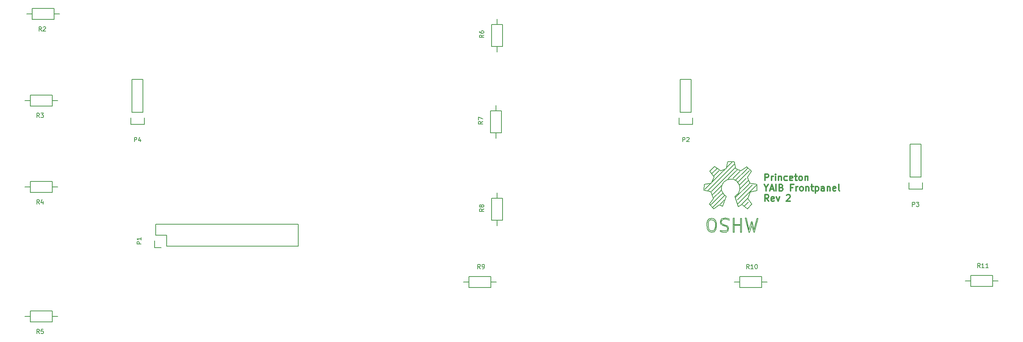
<source format=gto>
G04 #@! TF.FileFunction,Legend,Top*
%FSLAX46Y46*%
G04 Gerber Fmt 4.6, Leading zero omitted, Abs format (unit mm)*
G04 Created by KiCad (PCBNEW no-vcs-found-product) date Mo 29 Aug 2016 16:25:23 CEST*
%MOMM*%
G01*
G04 APERTURE LIST*
%ADD10C,0.100000*%
%ADD11C,0.300000*%
%ADD12C,0.150000*%
G04 APERTURE END LIST*
D10*
D11*
X212107143Y-88528571D02*
X212107143Y-87028571D01*
X212678571Y-87028571D01*
X212821429Y-87100000D01*
X212892857Y-87171429D01*
X212964286Y-87314286D01*
X212964286Y-87528571D01*
X212892857Y-87671429D01*
X212821429Y-87742857D01*
X212678571Y-87814286D01*
X212107143Y-87814286D01*
X213607143Y-88528571D02*
X213607143Y-87528571D01*
X213607143Y-87814286D02*
X213678571Y-87671429D01*
X213750000Y-87600000D01*
X213892857Y-87528571D01*
X214035714Y-87528571D01*
X214535714Y-88528571D02*
X214535714Y-87528571D01*
X214535714Y-87028571D02*
X214464285Y-87100000D01*
X214535714Y-87171429D01*
X214607142Y-87100000D01*
X214535714Y-87028571D01*
X214535714Y-87171429D01*
X215250000Y-87528571D02*
X215250000Y-88528571D01*
X215250000Y-87671429D02*
X215321428Y-87600000D01*
X215464286Y-87528571D01*
X215678571Y-87528571D01*
X215821428Y-87600000D01*
X215892857Y-87742857D01*
X215892857Y-88528571D01*
X217250000Y-88457143D02*
X217107143Y-88528571D01*
X216821429Y-88528571D01*
X216678571Y-88457143D01*
X216607143Y-88385714D01*
X216535714Y-88242857D01*
X216535714Y-87814286D01*
X216607143Y-87671429D01*
X216678571Y-87600000D01*
X216821429Y-87528571D01*
X217107143Y-87528571D01*
X217250000Y-87600000D01*
X218464285Y-88457143D02*
X218321428Y-88528571D01*
X218035714Y-88528571D01*
X217892857Y-88457143D01*
X217821428Y-88314286D01*
X217821428Y-87742857D01*
X217892857Y-87600000D01*
X218035714Y-87528571D01*
X218321428Y-87528571D01*
X218464285Y-87600000D01*
X218535714Y-87742857D01*
X218535714Y-87885714D01*
X217821428Y-88028571D01*
X218964285Y-87528571D02*
X219535714Y-87528571D01*
X219178571Y-87028571D02*
X219178571Y-88314286D01*
X219249999Y-88457143D01*
X219392857Y-88528571D01*
X219535714Y-88528571D01*
X220250000Y-88528571D02*
X220107142Y-88457143D01*
X220035714Y-88385714D01*
X219964285Y-88242857D01*
X219964285Y-87814286D01*
X220035714Y-87671429D01*
X220107142Y-87600000D01*
X220250000Y-87528571D01*
X220464285Y-87528571D01*
X220607142Y-87600000D01*
X220678571Y-87671429D01*
X220750000Y-87814286D01*
X220750000Y-88242857D01*
X220678571Y-88385714D01*
X220607142Y-88457143D01*
X220464285Y-88528571D01*
X220250000Y-88528571D01*
X221392857Y-87528571D02*
X221392857Y-88528571D01*
X221392857Y-87671429D02*
X221464285Y-87600000D01*
X221607143Y-87528571D01*
X221821428Y-87528571D01*
X221964285Y-87600000D01*
X222035714Y-87742857D01*
X222035714Y-88528571D01*
X212392857Y-90214286D02*
X212392857Y-90928571D01*
X211892857Y-89428571D02*
X212392857Y-90214286D01*
X212892857Y-89428571D01*
X213321428Y-90500000D02*
X214035714Y-90500000D01*
X213178571Y-90928571D02*
X213678571Y-89428571D01*
X214178571Y-90928571D01*
X214678571Y-90928571D02*
X214678571Y-89428571D01*
X215892857Y-90142857D02*
X216107143Y-90214286D01*
X216178571Y-90285714D01*
X216250000Y-90428571D01*
X216250000Y-90642857D01*
X216178571Y-90785714D01*
X216107143Y-90857143D01*
X215964285Y-90928571D01*
X215392857Y-90928571D01*
X215392857Y-89428571D01*
X215892857Y-89428571D01*
X216035714Y-89500000D01*
X216107143Y-89571429D01*
X216178571Y-89714286D01*
X216178571Y-89857143D01*
X216107143Y-90000000D01*
X216035714Y-90071429D01*
X215892857Y-90142857D01*
X215392857Y-90142857D01*
X218535714Y-90142857D02*
X218035714Y-90142857D01*
X218035714Y-90928571D02*
X218035714Y-89428571D01*
X218750000Y-89428571D01*
X219321428Y-90928571D02*
X219321428Y-89928571D01*
X219321428Y-90214286D02*
X219392856Y-90071429D01*
X219464285Y-90000000D01*
X219607142Y-89928571D01*
X219749999Y-89928571D01*
X220464285Y-90928571D02*
X220321427Y-90857143D01*
X220249999Y-90785714D01*
X220178570Y-90642857D01*
X220178570Y-90214286D01*
X220249999Y-90071429D01*
X220321427Y-90000000D01*
X220464285Y-89928571D01*
X220678570Y-89928571D01*
X220821427Y-90000000D01*
X220892856Y-90071429D01*
X220964285Y-90214286D01*
X220964285Y-90642857D01*
X220892856Y-90785714D01*
X220821427Y-90857143D01*
X220678570Y-90928571D01*
X220464285Y-90928571D01*
X221607142Y-89928571D02*
X221607142Y-90928571D01*
X221607142Y-90071429D02*
X221678570Y-90000000D01*
X221821428Y-89928571D01*
X222035713Y-89928571D01*
X222178570Y-90000000D01*
X222249999Y-90142857D01*
X222249999Y-90928571D01*
X222749999Y-89928571D02*
X223321428Y-89928571D01*
X222964285Y-89428571D02*
X222964285Y-90714286D01*
X223035713Y-90857143D01*
X223178571Y-90928571D01*
X223321428Y-90928571D01*
X223821428Y-89928571D02*
X223821428Y-91428571D01*
X223821428Y-90000000D02*
X223964285Y-89928571D01*
X224249999Y-89928571D01*
X224392856Y-90000000D01*
X224464285Y-90071429D01*
X224535714Y-90214286D01*
X224535714Y-90642857D01*
X224464285Y-90785714D01*
X224392856Y-90857143D01*
X224249999Y-90928571D01*
X223964285Y-90928571D01*
X223821428Y-90857143D01*
X225821428Y-90928571D02*
X225821428Y-90142857D01*
X225749999Y-90000000D01*
X225607142Y-89928571D01*
X225321428Y-89928571D01*
X225178571Y-90000000D01*
X225821428Y-90857143D02*
X225678571Y-90928571D01*
X225321428Y-90928571D01*
X225178571Y-90857143D01*
X225107142Y-90714286D01*
X225107142Y-90571429D01*
X225178571Y-90428571D01*
X225321428Y-90357143D01*
X225678571Y-90357143D01*
X225821428Y-90285714D01*
X226535714Y-89928571D02*
X226535714Y-90928571D01*
X226535714Y-90071429D02*
X226607142Y-90000000D01*
X226750000Y-89928571D01*
X226964285Y-89928571D01*
X227107142Y-90000000D01*
X227178571Y-90142857D01*
X227178571Y-90928571D01*
X228464285Y-90857143D02*
X228321428Y-90928571D01*
X228035714Y-90928571D01*
X227892857Y-90857143D01*
X227821428Y-90714286D01*
X227821428Y-90142857D01*
X227892857Y-90000000D01*
X228035714Y-89928571D01*
X228321428Y-89928571D01*
X228464285Y-90000000D01*
X228535714Y-90142857D01*
X228535714Y-90285714D01*
X227821428Y-90428571D01*
X229392857Y-90928571D02*
X229249999Y-90857143D01*
X229178571Y-90714286D01*
X229178571Y-89428571D01*
X212964286Y-93328571D02*
X212464286Y-92614286D01*
X212107143Y-93328571D02*
X212107143Y-91828571D01*
X212678571Y-91828571D01*
X212821429Y-91900000D01*
X212892857Y-91971429D01*
X212964286Y-92114286D01*
X212964286Y-92328571D01*
X212892857Y-92471429D01*
X212821429Y-92542857D01*
X212678571Y-92614286D01*
X212107143Y-92614286D01*
X214178571Y-93257143D02*
X214035714Y-93328571D01*
X213750000Y-93328571D01*
X213607143Y-93257143D01*
X213535714Y-93114286D01*
X213535714Y-92542857D01*
X213607143Y-92400000D01*
X213750000Y-92328571D01*
X214035714Y-92328571D01*
X214178571Y-92400000D01*
X214250000Y-92542857D01*
X214250000Y-92685714D01*
X213535714Y-92828571D01*
X214750000Y-92328571D02*
X215107143Y-93328571D01*
X215464285Y-92328571D01*
X217107142Y-91971429D02*
X217178571Y-91900000D01*
X217321428Y-91828571D01*
X217678571Y-91828571D01*
X217821428Y-91900000D01*
X217892857Y-91971429D01*
X217964285Y-92114286D01*
X217964285Y-92257143D01*
X217892857Y-92471429D01*
X217035714Y-93328571D01*
X217964285Y-93328571D01*
D12*
X47460000Y-51270000D02*
X42380000Y-51270000D01*
X42380000Y-51270000D02*
X42380000Y-48730000D01*
X42380000Y-48730000D02*
X47460000Y-48730000D01*
X47460000Y-48730000D02*
X47460000Y-51270000D01*
X47460000Y-50000000D02*
X48730000Y-50000000D01*
X42380000Y-50000000D02*
X41110000Y-50000000D01*
X46960000Y-71270000D02*
X41880000Y-71270000D01*
X41880000Y-71270000D02*
X41880000Y-68730000D01*
X41880000Y-68730000D02*
X46960000Y-68730000D01*
X46960000Y-68730000D02*
X46960000Y-71270000D01*
X46960000Y-70000000D02*
X48230000Y-70000000D01*
X41880000Y-70000000D02*
X40610000Y-70000000D01*
X46960000Y-91270000D02*
X41880000Y-91270000D01*
X41880000Y-91270000D02*
X41880000Y-88730000D01*
X41880000Y-88730000D02*
X46960000Y-88730000D01*
X46960000Y-88730000D02*
X46960000Y-91270000D01*
X46960000Y-90000000D02*
X48230000Y-90000000D01*
X41880000Y-90000000D02*
X40610000Y-90000000D01*
X46960000Y-121270000D02*
X41880000Y-121270000D01*
X41880000Y-121270000D02*
X41880000Y-118730000D01*
X41880000Y-118730000D02*
X46960000Y-118730000D01*
X46960000Y-118730000D02*
X46960000Y-121270000D01*
X46960000Y-120000000D02*
X48230000Y-120000000D01*
X41880000Y-120000000D02*
X40610000Y-120000000D01*
X148730000Y-57460000D02*
X148730000Y-52380000D01*
X148730000Y-52380000D02*
X151270000Y-52380000D01*
X151270000Y-52380000D02*
X151270000Y-57460000D01*
X151270000Y-57460000D02*
X148730000Y-57460000D01*
X150000000Y-57460000D02*
X150000000Y-58730000D01*
X150000000Y-52380000D02*
X150000000Y-51110000D01*
X148480000Y-77460000D02*
X148480000Y-72380000D01*
X148480000Y-72380000D02*
X151020000Y-72380000D01*
X151020000Y-72380000D02*
X151020000Y-77460000D01*
X151020000Y-77460000D02*
X148480000Y-77460000D01*
X149750000Y-77460000D02*
X149750000Y-78730000D01*
X149750000Y-72380000D02*
X149750000Y-71110000D01*
X148730000Y-97710000D02*
X148730000Y-92630000D01*
X148730000Y-92630000D02*
X151270000Y-92630000D01*
X151270000Y-92630000D02*
X151270000Y-97710000D01*
X151270000Y-97710000D02*
X148730000Y-97710000D01*
X150000000Y-97710000D02*
X150000000Y-98980000D01*
X150000000Y-92630000D02*
X150000000Y-91360000D01*
X143540000Y-110730000D02*
X148620000Y-110730000D01*
X148620000Y-110730000D02*
X148620000Y-113270000D01*
X148620000Y-113270000D02*
X143540000Y-113270000D01*
X143540000Y-113270000D02*
X143540000Y-110730000D01*
X143540000Y-112000000D02*
X142270000Y-112000000D01*
X148620000Y-112000000D02*
X149890000Y-112000000D01*
X206290000Y-110730000D02*
X211370000Y-110730000D01*
X211370000Y-110730000D02*
X211370000Y-113270000D01*
X211370000Y-113270000D02*
X206290000Y-113270000D01*
X206290000Y-113270000D02*
X206290000Y-110730000D01*
X206290000Y-112000000D02*
X205020000Y-112000000D01*
X211370000Y-112000000D02*
X212640000Y-112000000D01*
X259790000Y-110480000D02*
X264870000Y-110480000D01*
X264870000Y-110480000D02*
X264870000Y-113020000D01*
X264870000Y-113020000D02*
X259790000Y-113020000D01*
X259790000Y-113020000D02*
X259790000Y-110480000D01*
X259790000Y-111750000D02*
X258520000Y-111750000D01*
X264870000Y-111750000D02*
X266140000Y-111750000D01*
X70980000Y-98690000D02*
X104000000Y-98690000D01*
X73520000Y-103770000D02*
X104000000Y-103770000D01*
X104000000Y-98690000D02*
X104000000Y-103770000D01*
X70980000Y-98690000D02*
X70980000Y-101230000D01*
X70700000Y-102500000D02*
X70700000Y-104050000D01*
X70980000Y-101230000D02*
X73520000Y-101230000D01*
X73520000Y-101230000D02*
X73520000Y-103770000D01*
X70700000Y-104050000D02*
X72250000Y-104050000D01*
X195020000Y-72730000D02*
X195020000Y-65110000D01*
X192480000Y-72730000D02*
X192480000Y-65110000D01*
X192200000Y-75550000D02*
X192200000Y-74000000D01*
X195020000Y-65110000D02*
X192480000Y-65110000D01*
X192480000Y-72730000D02*
X195020000Y-72730000D01*
X195300000Y-74000000D02*
X195300000Y-75550000D01*
X195300000Y-75550000D02*
X192200000Y-75550000D01*
X248270000Y-87730000D02*
X248270000Y-80110000D01*
X245730000Y-87730000D02*
X245730000Y-80110000D01*
X245450000Y-90550000D02*
X245450000Y-89000000D01*
X248270000Y-80110000D02*
X245730000Y-80110000D01*
X245730000Y-87730000D02*
X248270000Y-87730000D01*
X248550000Y-89000000D02*
X248550000Y-90550000D01*
X248550000Y-90550000D02*
X245450000Y-90550000D01*
X68020000Y-72730000D02*
X68020000Y-65110000D01*
X65480000Y-72730000D02*
X65480000Y-65110000D01*
X65200000Y-75550000D02*
X65200000Y-74000000D01*
X68020000Y-65110000D02*
X65480000Y-65110000D01*
X65480000Y-72730000D02*
X68020000Y-72730000D01*
X68300000Y-74000000D02*
X68300000Y-75550000D01*
X68300000Y-75550000D02*
X65200000Y-75550000D01*
X204750380Y-85000480D02*
X198849960Y-90900900D01*
X199149680Y-89600420D02*
X199650060Y-89100040D01*
X203749620Y-88000220D02*
X203449900Y-88299940D01*
X201750640Y-90999960D02*
X201948760Y-90799300D01*
X200749880Y-86001240D02*
X200950540Y-85800580D01*
X200249500Y-86499080D02*
X199850720Y-86900400D01*
X201250260Y-86499080D02*
X201549980Y-86199360D01*
X202251020Y-86499080D02*
X202748860Y-86001240D01*
X204250000Y-84500100D02*
X204450660Y-84299440D01*
X204750380Y-85000480D02*
X205050100Y-84700760D01*
X204750380Y-86001240D02*
X205250760Y-85500860D01*
X206248980Y-86499080D02*
X206350580Y-86400020D01*
X205250760Y-86499080D02*
X205649540Y-86100300D01*
X207750120Y-86001240D02*
X208049840Y-85698980D01*
X208250500Y-86499080D02*
X208550220Y-86199360D01*
X200249500Y-91500340D02*
X199949780Y-91800060D01*
X201750640Y-89999200D02*
X202050360Y-89699480D01*
X199650060Y-93999700D02*
X199449400Y-94200360D01*
X201750640Y-92000720D02*
X202251020Y-91500340D01*
X200249500Y-94500080D02*
X200048840Y-94700740D01*
X202251020Y-92501100D02*
X202748860Y-92000720D01*
X202251020Y-93499320D02*
X202649800Y-93100540D01*
X207750120Y-89000980D02*
X208250500Y-88500600D01*
X208250500Y-89498820D02*
X208550220Y-89199100D01*
X207750120Y-92998940D02*
X208148900Y-92600160D01*
X209749100Y-89999200D02*
X210150420Y-89600420D01*
X208250500Y-93499320D02*
X207249740Y-94500080D01*
X207750120Y-92998940D02*
X206749360Y-93999700D01*
X209749100Y-89999200D02*
X205751140Y-93999700D01*
X209251260Y-89498820D02*
X205751140Y-92998940D01*
X208250500Y-89498820D02*
X205250760Y-92501100D01*
X202251020Y-93499320D02*
X201750640Y-93999700D01*
X202251020Y-92501100D02*
X200249500Y-94500080D01*
X201750640Y-92000720D02*
X199749120Y-93999700D01*
X201750640Y-90999960D02*
X200249500Y-92501100D01*
X201750640Y-89999200D02*
X200249500Y-91500340D01*
X204250000Y-84500100D02*
X203249240Y-85500860D01*
X200749880Y-86001240D02*
X200249500Y-86499080D01*
X201250260Y-86499080D02*
X200249500Y-87499840D01*
X199248740Y-89498820D02*
X198250520Y-90499580D01*
X202251020Y-86499080D02*
X199749120Y-89000980D01*
X204750380Y-86001240D02*
X199749120Y-90999960D01*
X207750120Y-89000980D02*
X206248980Y-90499580D01*
X207750120Y-88000220D02*
X206248980Y-89498820D01*
X205250760Y-86499080D02*
X203749620Y-88000220D01*
X208250500Y-86499080D02*
X205751140Y-89000980D01*
X207750120Y-86001240D02*
X205250760Y-88500600D01*
X206248980Y-86499080D02*
X204750380Y-88000220D01*
X209050600Y-98299920D02*
X209050600Y-98899360D01*
X207549460Y-97200100D02*
X208349560Y-100499560D01*
X208349560Y-100499560D02*
X208550220Y-100499560D01*
X208550220Y-100499560D02*
X208949000Y-99100020D01*
X208949000Y-99100020D02*
X209050600Y-99100020D01*
X209050600Y-99100020D02*
X209550980Y-100499560D01*
X209550980Y-100499560D02*
X209650040Y-100499560D01*
X209650040Y-100499560D02*
X210450140Y-97299160D01*
X210450140Y-97299160D02*
X210249480Y-97299160D01*
X210249480Y-97299160D02*
X209550980Y-99900120D01*
X209550980Y-99900120D02*
X209149660Y-98099260D01*
X209149660Y-98099260D02*
X208949000Y-98099260D01*
X208949000Y-98099260D02*
X208349560Y-99900120D01*
X208349560Y-99900120D02*
X207750120Y-97200100D01*
X207750120Y-97200100D02*
X207549460Y-97200100D01*
X204849440Y-98701240D02*
X206350580Y-98701240D01*
X206350580Y-98701240D02*
X206350580Y-98899360D01*
X206350580Y-98899360D02*
X204951040Y-98899360D01*
X206449640Y-97299160D02*
X206449640Y-100499560D01*
X206449640Y-100499560D02*
X206650300Y-100499560D01*
X206650300Y-100499560D02*
X206650300Y-97299160D01*
X206650300Y-97299160D02*
X206449640Y-97299160D01*
X204951040Y-97200100D02*
X204849440Y-97200100D01*
X204750380Y-97200100D02*
X204750380Y-100499560D01*
X204750380Y-100499560D02*
X204951040Y-100499560D01*
X204951040Y-100499560D02*
X204951040Y-97200100D01*
X203851220Y-97499820D02*
X203749620Y-97400760D01*
X203749620Y-97400760D02*
X203350840Y-97299160D01*
X203350840Y-97299160D02*
X202850460Y-97200100D01*
X202850460Y-97200100D02*
X202149420Y-97400760D01*
X202149420Y-97400760D02*
X201849700Y-97700480D01*
X201849700Y-97700480D02*
X201750640Y-98200860D01*
X201750640Y-98200860D02*
X201849700Y-98599640D01*
X201849700Y-98599640D02*
X202251020Y-98899360D01*
X202251020Y-98899360D02*
X202748860Y-99100020D01*
X202748860Y-99100020D02*
X203150180Y-99199080D01*
X203150180Y-99199080D02*
X203350840Y-99399740D01*
X203350840Y-99399740D02*
X203449900Y-99699460D01*
X203449900Y-99699460D02*
X203350840Y-99999180D01*
X203350840Y-99999180D02*
X203051120Y-100199840D01*
X203051120Y-100199840D02*
X202649800Y-100199840D01*
X202649800Y-100199840D02*
X202149420Y-100199840D01*
X202149420Y-100199840D02*
X201849700Y-100100780D01*
X201849700Y-100100780D02*
X201649040Y-100199840D01*
X201649040Y-100199840D02*
X201948760Y-100400500D01*
X201948760Y-100400500D02*
X202550740Y-100499560D01*
X202550740Y-100499560D02*
X203150180Y-100499560D01*
X203150180Y-100499560D02*
X203548960Y-100199840D01*
X203548960Y-100199840D02*
X203650560Y-99699460D01*
X203650560Y-99699460D02*
X203650560Y-99399740D01*
X203650560Y-99399740D02*
X203449900Y-99100020D01*
X203449900Y-99100020D02*
X202949520Y-98899360D01*
X202949520Y-98899360D02*
X202449140Y-98701240D01*
X202449140Y-98701240D02*
X202050360Y-98398980D01*
X202050360Y-98398980D02*
X201948760Y-98099260D01*
X201948760Y-98099260D02*
X202149420Y-97799540D01*
X202149420Y-97799540D02*
X202550740Y-97499820D01*
X202550740Y-97499820D02*
X203150180Y-97499820D01*
X203150180Y-97499820D02*
X203548960Y-97598880D01*
X203548960Y-97598880D02*
X203851220Y-97700480D01*
X199749120Y-97598880D02*
X199449400Y-97598880D01*
X199449400Y-97598880D02*
X199050620Y-97901140D01*
X199050620Y-97901140D02*
X198949020Y-98398980D01*
X198949020Y-98398980D02*
X198949020Y-99199080D01*
X198949020Y-99199080D02*
X199050620Y-99699460D01*
X199050620Y-99699460D02*
X199248740Y-99999180D01*
X199248740Y-99999180D02*
X199650060Y-100199840D01*
X199650060Y-100199840D02*
X200048840Y-100199840D01*
X200048840Y-100199840D02*
X200450160Y-99900120D01*
X200450160Y-99900120D02*
X200650820Y-99199080D01*
X200650820Y-99199080D02*
X200650820Y-98398980D01*
X200650820Y-98398980D02*
X200450160Y-98000200D01*
X200450160Y-98000200D02*
X200249500Y-97799540D01*
X200249500Y-97799540D02*
X199850720Y-97598880D01*
X199749120Y-97299160D02*
X199350340Y-97400760D01*
X199350340Y-97400760D02*
X199050620Y-97499820D01*
X199050620Y-97499820D02*
X198750900Y-98000200D01*
X198750900Y-98000200D02*
X198649300Y-98599640D01*
X198649300Y-98599640D02*
X198750900Y-99699460D01*
X198750900Y-99699460D02*
X199050620Y-100298900D01*
X199050620Y-100298900D02*
X199650060Y-100499560D01*
X199650060Y-100499560D02*
X200351100Y-100400500D01*
X200351100Y-100400500D02*
X200749880Y-99801060D01*
X200749880Y-99801060D02*
X200848940Y-99100020D01*
X200848940Y-99100020D02*
X200848940Y-98398980D01*
X200848940Y-98398980D02*
X200650820Y-97799540D01*
X200650820Y-97799540D02*
X200249500Y-97400760D01*
X200249500Y-97400760D02*
X199749120Y-97299160D01*
X203150180Y-92201380D02*
X202649800Y-91800060D01*
X202649800Y-91800060D02*
X202251020Y-91299680D01*
X202251020Y-91299680D02*
X202050360Y-90799300D01*
X202050360Y-90799300D02*
X202050360Y-90100800D01*
X202050360Y-90100800D02*
X202151960Y-89501360D01*
X202151960Y-89501360D02*
X202550740Y-88899380D01*
X202550740Y-88899380D02*
X203350840Y-88299940D01*
X203350840Y-88299940D02*
X204150940Y-88200880D01*
X204150940Y-88200880D02*
X204851980Y-88200880D01*
X204851980Y-88200880D02*
X205550480Y-88701260D01*
X205550480Y-88701260D02*
X206050860Y-89399760D01*
X206050860Y-89399760D02*
X206251520Y-89999200D01*
X206251520Y-89999200D02*
X206251520Y-90700240D01*
X206251520Y-90700240D02*
X205951800Y-91500340D01*
X205951800Y-91500340D02*
X205451420Y-92000720D01*
X205451420Y-92000720D02*
X205151700Y-92201380D01*
X205151700Y-92300440D02*
X205901000Y-94550880D01*
X205901000Y-94550880D02*
X206751900Y-94101300D01*
X206751900Y-94101300D02*
X208049840Y-95099520D01*
X208049840Y-95099520D02*
X209050600Y-93999700D01*
X209050600Y-93999700D02*
X208151440Y-92699220D01*
X208151440Y-92699220D02*
X208651820Y-91401280D01*
X208651820Y-91401280D02*
X208651820Y-91200620D01*
X208651820Y-91200620D02*
X210252020Y-90900900D01*
X210252020Y-90900900D02*
X210252020Y-89399760D01*
X210252020Y-89399760D02*
X208651820Y-89201640D01*
X208651820Y-89201640D02*
X208049840Y-87799560D01*
X208049840Y-87799560D02*
X208951540Y-86400020D01*
X208951540Y-86400020D02*
X207851720Y-85399260D01*
X207851720Y-85399260D02*
X206551240Y-86300960D01*
X206551240Y-86300960D02*
X205349820Y-85800580D01*
X205349820Y-85800580D02*
X204951040Y-84200380D01*
X204951040Y-84200380D02*
X203449900Y-84200380D01*
X203449900Y-84200380D02*
X203150180Y-85800580D01*
X203150180Y-85800580D02*
X201849700Y-86300960D01*
X201849700Y-86300960D02*
X200450160Y-85300200D01*
X200450160Y-85300200D02*
X199350340Y-86400020D01*
X199350340Y-86400020D02*
X200351100Y-87700500D01*
X200351100Y-87700500D02*
X199650060Y-89201640D01*
X199650060Y-89201640D02*
X198049860Y-89399760D01*
X198049860Y-89399760D02*
X197950800Y-90799300D01*
X197950800Y-90799300D02*
X199551000Y-91101560D01*
X199551000Y-91101560D02*
X200150440Y-92699220D01*
X200150440Y-92699220D02*
X199251280Y-93999700D01*
X199251280Y-93999700D02*
X200252040Y-95099520D01*
X200252040Y-95099520D02*
X201549980Y-94200360D01*
X201549980Y-94200360D02*
X202251020Y-94500080D01*
X202251020Y-94500080D02*
X203150180Y-92201380D01*
X44504414Y-53952501D02*
X44171080Y-53476310D01*
X43932985Y-53952501D02*
X43932985Y-52952501D01*
X44313938Y-52952501D01*
X44409176Y-53000120D01*
X44456795Y-53047739D01*
X44504414Y-53142977D01*
X44504414Y-53285834D01*
X44456795Y-53381072D01*
X44409176Y-53428691D01*
X44313938Y-53476310D01*
X43932985Y-53476310D01*
X44885366Y-53047739D02*
X44932985Y-53000120D01*
X45028223Y-52952501D01*
X45266319Y-52952501D01*
X45361557Y-53000120D01*
X45409176Y-53047739D01*
X45456795Y-53142977D01*
X45456795Y-53238215D01*
X45409176Y-53381072D01*
X44837747Y-53952501D01*
X45456795Y-53952501D01*
X44004414Y-73952501D02*
X43671080Y-73476310D01*
X43432985Y-73952501D02*
X43432985Y-72952501D01*
X43813938Y-72952501D01*
X43909176Y-73000120D01*
X43956795Y-73047739D01*
X44004414Y-73142977D01*
X44004414Y-73285834D01*
X43956795Y-73381072D01*
X43909176Y-73428691D01*
X43813938Y-73476310D01*
X43432985Y-73476310D01*
X44337747Y-72952501D02*
X44956795Y-72952501D01*
X44623461Y-73333453D01*
X44766319Y-73333453D01*
X44861557Y-73381072D01*
X44909176Y-73428691D01*
X44956795Y-73523930D01*
X44956795Y-73762025D01*
X44909176Y-73857263D01*
X44861557Y-73904882D01*
X44766319Y-73952501D01*
X44480604Y-73952501D01*
X44385366Y-73904882D01*
X44337747Y-73857263D01*
X44004414Y-93952501D02*
X43671080Y-93476310D01*
X43432985Y-93952501D02*
X43432985Y-92952501D01*
X43813938Y-92952501D01*
X43909176Y-93000120D01*
X43956795Y-93047739D01*
X44004414Y-93142977D01*
X44004414Y-93285834D01*
X43956795Y-93381072D01*
X43909176Y-93428691D01*
X43813938Y-93476310D01*
X43432985Y-93476310D01*
X44861557Y-93285834D02*
X44861557Y-93952501D01*
X44623461Y-92904882D02*
X44385366Y-93619168D01*
X45004414Y-93619168D01*
X44004414Y-123952501D02*
X43671080Y-123476310D01*
X43432985Y-123952501D02*
X43432985Y-122952501D01*
X43813938Y-122952501D01*
X43909176Y-123000120D01*
X43956795Y-123047739D01*
X44004414Y-123142977D01*
X44004414Y-123285834D01*
X43956795Y-123381072D01*
X43909176Y-123428691D01*
X43813938Y-123476310D01*
X43432985Y-123476310D01*
X44909176Y-122952501D02*
X44432985Y-122952501D01*
X44385366Y-123428691D01*
X44432985Y-123381072D01*
X44528223Y-123333453D01*
X44766319Y-123333453D01*
X44861557Y-123381072D01*
X44909176Y-123428691D01*
X44956795Y-123523930D01*
X44956795Y-123762025D01*
X44909176Y-123857263D01*
X44861557Y-123904882D01*
X44766319Y-123952501D01*
X44528223Y-123952501D01*
X44432985Y-123904882D01*
X44385366Y-123857263D01*
X146952261Y-54837746D02*
X146476070Y-55171080D01*
X146952261Y-55409175D02*
X145952261Y-55409175D01*
X145952261Y-55028222D01*
X145999880Y-54932984D01*
X146047499Y-54885365D01*
X146142737Y-54837746D01*
X146285594Y-54837746D01*
X146380832Y-54885365D01*
X146428451Y-54932984D01*
X146476070Y-55028222D01*
X146476070Y-55409175D01*
X145952261Y-53980603D02*
X145952261Y-54171080D01*
X145999880Y-54266318D01*
X146047499Y-54313937D01*
X146190356Y-54409175D01*
X146380832Y-54456794D01*
X146761785Y-54456794D01*
X146857023Y-54409175D01*
X146904642Y-54361556D01*
X146952261Y-54266318D01*
X146952261Y-54075841D01*
X146904642Y-53980603D01*
X146857023Y-53932984D01*
X146761785Y-53885365D01*
X146523690Y-53885365D01*
X146428451Y-53932984D01*
X146380832Y-53980603D01*
X146333213Y-54075841D01*
X146333213Y-54266318D01*
X146380832Y-54361556D01*
X146428451Y-54409175D01*
X146523690Y-54456794D01*
X146702261Y-74837746D02*
X146226070Y-75171080D01*
X146702261Y-75409175D02*
X145702261Y-75409175D01*
X145702261Y-75028222D01*
X145749880Y-74932984D01*
X145797499Y-74885365D01*
X145892737Y-74837746D01*
X146035594Y-74837746D01*
X146130832Y-74885365D01*
X146178451Y-74932984D01*
X146226070Y-75028222D01*
X146226070Y-75409175D01*
X145702261Y-74504413D02*
X145702261Y-73837746D01*
X146702261Y-74266318D01*
X146952261Y-95087746D02*
X146476070Y-95421080D01*
X146952261Y-95659175D02*
X145952261Y-95659175D01*
X145952261Y-95278222D01*
X145999880Y-95182984D01*
X146047499Y-95135365D01*
X146142737Y-95087746D01*
X146285594Y-95087746D01*
X146380832Y-95135365D01*
X146428451Y-95182984D01*
X146476070Y-95278222D01*
X146476070Y-95659175D01*
X146380832Y-94516318D02*
X146333213Y-94611556D01*
X146285594Y-94659175D01*
X146190356Y-94706794D01*
X146142737Y-94706794D01*
X146047499Y-94659175D01*
X145999880Y-94611556D01*
X145952261Y-94516318D01*
X145952261Y-94325841D01*
X145999880Y-94230603D01*
X146047499Y-94182984D01*
X146142737Y-94135365D01*
X146190356Y-94135365D01*
X146285594Y-94182984D01*
X146333213Y-94230603D01*
X146380832Y-94325841D01*
X146380832Y-94516318D01*
X146428451Y-94611556D01*
X146476070Y-94659175D01*
X146571309Y-94706794D01*
X146761785Y-94706794D01*
X146857023Y-94659175D01*
X146904642Y-94611556D01*
X146952261Y-94516318D01*
X146952261Y-94325841D01*
X146904642Y-94230603D01*
X146857023Y-94182984D01*
X146761785Y-94135365D01*
X146571309Y-94135365D01*
X146476070Y-94182984D01*
X146428451Y-94230603D01*
X146380832Y-94325841D01*
X146162254Y-108952261D02*
X145828920Y-108476070D01*
X145590825Y-108952261D02*
X145590825Y-107952261D01*
X145971778Y-107952261D01*
X146067016Y-107999880D01*
X146114635Y-108047499D01*
X146162254Y-108142737D01*
X146162254Y-108285594D01*
X146114635Y-108380832D01*
X146067016Y-108428451D01*
X145971778Y-108476070D01*
X145590825Y-108476070D01*
X146638444Y-108952261D02*
X146828920Y-108952261D01*
X146924159Y-108904642D01*
X146971778Y-108857023D01*
X147067016Y-108714166D01*
X147114635Y-108523690D01*
X147114635Y-108142737D01*
X147067016Y-108047499D01*
X147019397Y-107999880D01*
X146924159Y-107952261D01*
X146733682Y-107952261D01*
X146638444Y-107999880D01*
X146590825Y-108047499D01*
X146543206Y-108142737D01*
X146543206Y-108380832D01*
X146590825Y-108476070D01*
X146638444Y-108523690D01*
X146733682Y-108571309D01*
X146924159Y-108571309D01*
X147019397Y-108523690D01*
X147067016Y-108476070D01*
X147114635Y-108380832D01*
X208436063Y-108952261D02*
X208102729Y-108476070D01*
X207864634Y-108952261D02*
X207864634Y-107952261D01*
X208245587Y-107952261D01*
X208340825Y-107999880D01*
X208388444Y-108047499D01*
X208436063Y-108142737D01*
X208436063Y-108285594D01*
X208388444Y-108380832D01*
X208340825Y-108428451D01*
X208245587Y-108476070D01*
X207864634Y-108476070D01*
X209388444Y-108952261D02*
X208817015Y-108952261D01*
X209102729Y-108952261D02*
X209102729Y-107952261D01*
X209007491Y-108095118D01*
X208912253Y-108190356D01*
X208817015Y-108237975D01*
X210007491Y-107952261D02*
X210102730Y-107952261D01*
X210197968Y-107999880D01*
X210245587Y-108047499D01*
X210293206Y-108142737D01*
X210340825Y-108333213D01*
X210340825Y-108571309D01*
X210293206Y-108761785D01*
X210245587Y-108857023D01*
X210197968Y-108904642D01*
X210102730Y-108952261D01*
X210007491Y-108952261D01*
X209912253Y-108904642D01*
X209864634Y-108857023D01*
X209817015Y-108761785D01*
X209769396Y-108571309D01*
X209769396Y-108333213D01*
X209817015Y-108142737D01*
X209864634Y-108047499D01*
X209912253Y-107999880D01*
X210007491Y-107952261D01*
X261936063Y-108702261D02*
X261602729Y-108226070D01*
X261364634Y-108702261D02*
X261364634Y-107702261D01*
X261745587Y-107702261D01*
X261840825Y-107749880D01*
X261888444Y-107797499D01*
X261936063Y-107892737D01*
X261936063Y-108035594D01*
X261888444Y-108130832D01*
X261840825Y-108178451D01*
X261745587Y-108226070D01*
X261364634Y-108226070D01*
X262888444Y-108702261D02*
X262317015Y-108702261D01*
X262602729Y-108702261D02*
X262602729Y-107702261D01*
X262507491Y-107845118D01*
X262412253Y-107940356D01*
X262317015Y-107987975D01*
X263840825Y-108702261D02*
X263269396Y-108702261D01*
X263555110Y-108702261D02*
X263555110Y-107702261D01*
X263459872Y-107845118D01*
X263364634Y-107940356D01*
X263269396Y-107987975D01*
X67602381Y-103238095D02*
X66602381Y-103238095D01*
X66602381Y-102857142D01*
X66650000Y-102761904D01*
X66697619Y-102714285D01*
X66792857Y-102666666D01*
X66935714Y-102666666D01*
X67030952Y-102714285D01*
X67078571Y-102761904D01*
X67126190Y-102857142D01*
X67126190Y-103238095D01*
X67602381Y-101714285D02*
X67602381Y-102285714D01*
X67602381Y-102000000D02*
X66602381Y-102000000D01*
X66745238Y-102095238D01*
X66840476Y-102190476D01*
X66888095Y-102285714D01*
X193011905Y-79552381D02*
X193011905Y-78552381D01*
X193392858Y-78552381D01*
X193488096Y-78600000D01*
X193535715Y-78647619D01*
X193583334Y-78742857D01*
X193583334Y-78885714D01*
X193535715Y-78980952D01*
X193488096Y-79028571D01*
X193392858Y-79076190D01*
X193011905Y-79076190D01*
X193964286Y-78647619D02*
X194011905Y-78600000D01*
X194107143Y-78552381D01*
X194345239Y-78552381D01*
X194440477Y-78600000D01*
X194488096Y-78647619D01*
X194535715Y-78742857D01*
X194535715Y-78838095D01*
X194488096Y-78980952D01*
X193916667Y-79552381D01*
X194535715Y-79552381D01*
X246261905Y-94552381D02*
X246261905Y-93552381D01*
X246642858Y-93552381D01*
X246738096Y-93600000D01*
X246785715Y-93647619D01*
X246833334Y-93742857D01*
X246833334Y-93885714D01*
X246785715Y-93980952D01*
X246738096Y-94028571D01*
X246642858Y-94076190D01*
X246261905Y-94076190D01*
X247166667Y-93552381D02*
X247785715Y-93552381D01*
X247452381Y-93933333D01*
X247595239Y-93933333D01*
X247690477Y-93980952D01*
X247738096Y-94028571D01*
X247785715Y-94123810D01*
X247785715Y-94361905D01*
X247738096Y-94457143D01*
X247690477Y-94504762D01*
X247595239Y-94552381D01*
X247309524Y-94552381D01*
X247214286Y-94504762D01*
X247166667Y-94457143D01*
X66011905Y-79552381D02*
X66011905Y-78552381D01*
X66392858Y-78552381D01*
X66488096Y-78600000D01*
X66535715Y-78647619D01*
X66583334Y-78742857D01*
X66583334Y-78885714D01*
X66535715Y-78980952D01*
X66488096Y-79028571D01*
X66392858Y-79076190D01*
X66011905Y-79076190D01*
X67440477Y-78885714D02*
X67440477Y-79552381D01*
X67202381Y-78504762D02*
X66964286Y-79219048D01*
X67583334Y-79219048D01*
M02*

</source>
